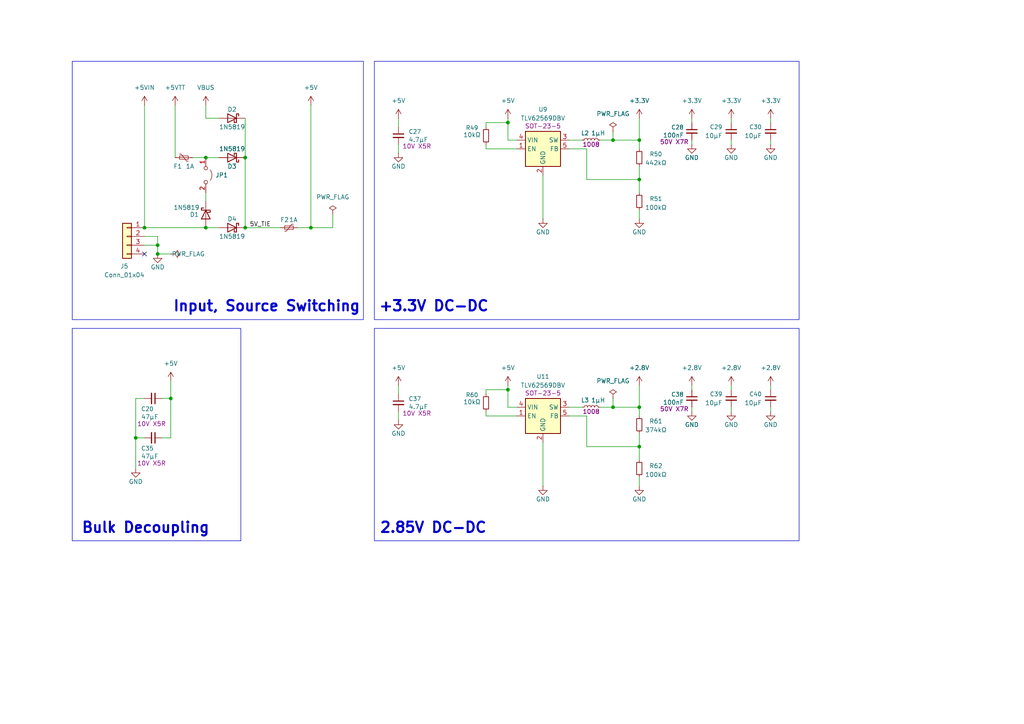
<source format=kicad_sch>
(kicad_sch (version 20250114) (generator "eeschema") (generator_version "9.0")
  (paper "A4")
  (title_block (title "GBSCSI2 Common Platform - Power, 3.3V DC-DC + LDO VTT") (date "2026-02-01") (rev "2.0") (comment 1 "Drawn by George R. M."))
  (lib_symbols
    (symbol "Connector_Generic:Conn_01x04" (pin_names (offset 1.016) (hide yes))
      (property "Reference" "J" (at 0 5.08 0))
      (property "Value" "Conn_01x04" (at 0 -7.62 0))
      (symbol "Conn_01x04_1_1"
        (rectangle (start -1.27 3.81) (end 1.27 -6.35) (stroke (width 0.254)) (fill (type background)))
        (rectangle (start -1.27 2.667) (end 0 2.413) (stroke (width 0.1524)))
        (rectangle (start -1.27 0.127) (end 0 -0.127) (stroke (width 0.1524)))
        (rectangle (start -1.27 -2.413) (end 0 -2.667) (stroke (width 0.1524)))
        (rectangle (start -1.27 -4.953) (end 0 -5.207) (stroke (width 0.1524)))
        (pin passive line (at -5.08 2.54 0) (length 3.81) (name "Pin_1") (number "1"))
        (pin passive line (at -5.08 0 0) (length 3.81) (name "Pin_2") (number "2"))
        (pin passive line (at -5.08 -2.54 0) (length 3.81) (name "Pin_3") (number "3"))
        (pin passive line (at -5.08 -5.08 0) (length 3.81) (name "Pin_4") (number "4"))
      )
    )
    (symbol "Device:C_Small" (pin_numbers (hide yes)) (pin_names (offset 0.254) (hide yes))
      (property "Reference" "C" (at 0.254 1.778 0))
      (property "Value" "C_Small" (at 0.254 -2.032 0))
      (symbol "C_Small_0_1"
        (polyline (pts (xy -1.524 0.508) (xy 1.524 0.508)) (stroke (width 0.3048)))
        (polyline (pts (xy -1.524 -0.508) (xy 1.524 -0.508)) (stroke (width 0.3302)))
      )
      (symbol "C_Small_1_1"
        (pin passive line (at 0 2.54 270) (length 2.032) (name "~") (number "1"))
        (pin passive line (at 0 -2.54 90) (length 2.032) (name "~") (number "2"))
      )
    )
    (symbol "Device:D_Schottky" (pin_numbers (hide yes)) (pin_names (offset 1.016) (hide yes))
      (property "Reference" "D" (at 0 2.54 0))
      (property "Value" "D_Schottky" (at 0 -2.54 0))
      (symbol "D_Schottky_0_1"
        (polyline (pts (xy -1.905 0.635) (xy -1.905 1.27) (xy -1.27 1.27) (xy -1.27 -1.27) (xy -0.635 -1.27) (xy -0.635 -0.635)) (stroke (width 0.254)))
        (polyline (pts (xy 1.27 1.27) (xy 1.27 -1.27) (xy -1.27 0) (xy 1.27 1.27)) (stroke (width 0.254)))
        (polyline (pts (xy 1.27 0) (xy -1.27 0)))
      )
      (symbol "D_Schottky_1_1"
        (pin passive line (at -3.81 0 0) (length 2.54) (name "K") (number "1"))
        (pin passive line (at 3.81 0 180) (length 2.54) (name "A") (number "2"))
      )
    )
    (symbol "Device:L_Small" (pin_numbers (hide yes)) (pin_names (offset 0.254) (hide yes))
      (property "Reference" "L" (at 0.762 1.016 0))
      (property "Value" "L_Small" (at 0.762 -1.016 0))
      (symbol "L_Small_0_1"
        (arc (start 0 2.032) (mid 0.5058 1.524) (end 0 1.016))
        (arc (start 0 1.016) (mid 0.5058 0.508) (end 0 0))
        (arc (start 0 0) (mid 0.5058 -0.508) (end 0 -1.016))
        (arc (start 0 -1.016) (mid 0.5058 -1.524) (end 0 -2.032))
      )
      (symbol "L_Small_1_1"
        (pin passive line (at 0 2.54 270) (length 0.508) (name "~") (number "1"))
        (pin passive line (at 0 -2.54 90) (length 0.508) (name "~") (number "2"))
      )
    )
    (symbol "Device:Polyfuse_Small" (pin_numbers (hide yes)) (pin_names (offset 0))
      (property "Reference" "F" (at -1.905 0 90))
      (property "Value" "Polyfuse_Small" (at 1.905 0 90))
      (symbol "Polyfuse_Small_0_1"
        (polyline (pts (xy -1.016 1.27) (xy -1.016 0.762) (xy 1.016 -0.762) (xy 1.016 -1.27)))
        (rectangle (start -0.508 1.27) (end 0.508 -1.27))
        (polyline (pts (xy 0 2.54) (xy 0 -2.54)))
      )
      (symbol "Polyfuse_Small_1_1"
        (pin passive line (at 0 2.54 270) (length 0.635) (name "~") (number "1"))
        (pin passive line (at 0 -2.54 90) (length 0.635) (name "~") (number "2"))
      )
    )
    (symbol "Device:R_Small" (pin_numbers (hide yes)) (pin_names (offset 0.254) (hide yes))
      (property "Reference" "R" (at 0 0 90))
      (property "Value" "R_Small" (at 1.778 0 90))
      (symbol "R_Small_0_1"
        (rectangle (start -0.762 1.778) (end 0.762 -1.778) (stroke (width 0.2032)))
      )
      (symbol "R_Small_1_1"
        (pin passive line (at 0 2.54 270) (length 0.762) (name "~") (number "1"))
        (pin passive line (at 0 -2.54 90) (length 0.762) (name "~") (number "2"))
      )
    )
    (symbol "Jumper:Jumper_2_Open" (pin_names (offset 0) (hide yes))
      (property "Reference" "JP" (at 0 2.794 0))
      (property "Value" "Jumper_2_Open" (at 0 -2.286 0))
      (symbol "Jumper_2_Open_0_0"
        (circle (center -2.032 0) (radius 0.508))
        (circle (center 2.032 0) (radius 0.508))
      )
      (symbol "Jumper_2_Open_0_1"
        (arc (start -1.524 1.27) (mid 0 1.778) (end 1.524 1.27))
      )
      (symbol "Jumper_2_Open_1_1"
        (pin passive line (at -5.08 0 0) (length 2.54) (name "A") (number "1"))
        (pin passive line (at 5.08 0 180) (length 2.54) (name "B") (number "2"))
      )
    )
    (symbol "Regulator_Switching:TLV62569DBV"
      (property "Reference" "U" (at -5.08 6.35 0))
      (property "Value" "TLV62569DBV" (at 0 6.35 0))
      (symbol "TLV62569DBV_0_1"
        (rectangle (start -5.08 5.08) (end 5.08 -5.08) (stroke (width 0.254)) (fill (type background)))
      )
      (symbol "TLV62569DBV_1_1"
        (pin power_in line (at -7.62 2.54 0) (length 2.54) (name "VIN") (number "4"))
        (pin input line (at -7.62 0 0) (length 2.54) (name "EN") (number "1"))
        (pin power_in line (at 0 -7.62 90) (length 2.54) (name "GND") (number "2"))
        (pin power_out line (at 7.62 2.54 180) (length 2.54) (name "SW") (number "3"))
        (pin input line (at 7.62 0 180) (length 2.54) (name "FB") (number "5"))
      )
    )
    (symbol "power:+2V8" (power) (pin_names (offset 0))
      (property "Value" "+2V8" (at 0 3.556 0))
      (symbol "+2V8_0_1"
        (polyline (pts (xy -0.762 1.27) (xy 0 2.54)))
        (polyline (pts (xy 0 2.54) (xy 0.762 1.27)))
        (polyline (pts (xy 0 0) (xy 0 2.54)))
      )
      (symbol "+2V8_1_1"
        (pin power_in line (at 0 0 90) (length 0) (hide yes) (name "+2V8") (number "1"))
      )
    )
    (symbol "power:+3.3V" (power) (pin_numbers (hide yes)) (pin_names (offset 0) (hide yes))
      (property "Value" "+3.3V" (at 0 3.556 0))
      (symbol "+3.3V_0_1"
        (polyline (pts (xy -0.762 1.27) (xy 0 2.54)))
        (polyline (pts (xy 0 2.54) (xy 0.762 1.27)))
        (polyline (pts (xy 0 0) (xy 0 2.54)))
      )
      (symbol "+3.3V_1_1"
        (pin power_in line (at 0 0 90) (length 0) (name "~") (number "1"))
      )
    )
    (symbol "power:+5V" (power) (pin_numbers (hide yes)) (pin_names (offset 0) (hide yes))
      (property "Value" "+5V" (at 0 3.556 0))
      (symbol "+5V_0_1"
        (polyline (pts (xy -0.762 1.27) (xy 0 2.54)))
        (polyline (pts (xy 0 2.54) (xy 0.762 1.27)))
        (polyline (pts (xy 0 0) (xy 0 2.54)))
      )
      (symbol "+5V_1_1"
        (pin power_in line (at 0 0 90) (length 0) (name "~") (number "1"))
      )
    )
    (symbol "power:GND" (power) (pin_numbers (hide yes)) (pin_names (offset 0) (hide yes))
      (property "Value" "GND" (at 0 -3.81 0))
      (symbol "GND_0_1"
        (polyline (pts (xy 0 0) (xy 0 -1.27) (xy 1.27 -1.27) (xy 0 -2.54) (xy -1.27 -1.27) (xy 0 -1.27)))
      )
      (symbol "GND_1_1"
        (pin power_in line (at 0 0 270) (length 0) (name "~") (number "1"))
      )
    )
    (symbol "power:PWR_FLAG" (power) (pin_numbers (hide yes)) (pin_names (offset 0) (hide yes))
      (property "Value" "PWR_FLAG" (at 0 3.81 0))
      (symbol "PWR_FLAG_0_0"
        (pin power_out line (at 0 0 90) (length 0) (name "~") (number "1"))
      )
      (symbol "PWR_FLAG_0_1"
        (polyline (pts (xy 0 0) (xy 0 1.27) (xy -1.016 1.905) (xy 0 2.54) (xy 1.016 1.905) (xy 0 1.27)))
      )
    )
    (symbol "power:VBUS" (power) (pin_numbers (hide yes)) (pin_names (offset 0) (hide yes))
      (property "Value" "VBUS" (at 0 3.556 0))
      (symbol "VBUS_0_1"
        (polyline (pts (xy -0.762 1.27) (xy 0 2.54)))
        (polyline (pts (xy 0 2.54) (xy 0.762 1.27)))
        (polyline (pts (xy 0 0) (xy 0 2.54)))
      )
      (symbol "VBUS_1_1"
        (pin power_in line (at 0 0 90) (length 0) (name "~") (number "1"))
      )
    )
  )
  (rectangle (start 108.585 17.78) (end 231.775 92.71))
  (rectangle (start 20.955 95.25) (end 69.85 156.845))
  (rectangle (start 108.585 95.25) (end 231.775 156.845))
  (rectangle (start 20.955 17.78) (end 105.41 92.71))
  (text "+3.3V DC-DC" (at 109.728 90.678 0) (effects (font (size 3 3) (thickness 0.6) (bold yes)) (justify left bottom)))
  (text "Bulk Decoupling" (at 23.495 154.94 0) (effects (font (size 3 3) (thickness 0.6) (bold yes)) (justify left bottom)))
  (text "Input, Source Switching" (at 50.038 90.678 0) (effects (font (size 3 3) (thickness 0.6) (bold yes)) (justify left bottom)))
  (text "2.85V DC-DC" (at 109.982 154.94 0) (effects (font (size 3 3) (thickness 0.6) (bold yes)) (justify left bottom)))
  (junction (at 71.12 66.04))
  (junction (at 185.42 52.07))
  (junction (at 90.17 66.04))
  (junction (at 39.37 127))
  (junction (at 59.69 66.04))
  (junction (at 185.42 40.64))
  (junction (at 59.69 45.72))
  (junction (at 49.53 115.57))
  (junction (at 45.72 73.66))
  (junction (at 147.32 35.56))
  (junction (at 177.8 40.64))
  (junction (at 45.72 71.12))
  (junction (at 147.32 113.03))
  (junction (at 185.42 129.54))
  (junction (at 41.91 66.04))
  (junction (at 177.8 118.11))
  (junction (at 71.12 45.72))
  (junction (at 185.42 118.11))
  (no_connect (at 41.91 73.66))
  (wire (pts (xy 147.32 118.11) (xy 149.86 118.11)))
  (wire (pts (xy 212.09 111.76) (xy 212.09 113.03)))
  (wire (pts (xy 49.53 127) (xy 46.99 127)))
  (wire (pts (xy 39.37 127) (xy 39.37 135.89)))
  (wire (pts (xy 41.91 68.58) (xy 45.72 68.58)))
  (wire (pts (xy 45.72 71.12) (xy 45.72 73.66)))
  (wire (pts (xy 49.53 73.66) (xy 45.72 73.66)))
  (wire (pts (xy 39.37 127) (xy 41.91 127)))
  (wire (pts (xy 185.42 34.29) (xy 185.42 40.64)))
  (wire (pts (xy 223.52 119.38) (xy 223.52 118.11)))
  (wire (pts (xy 185.42 125.73) (xy 185.42 129.54)))
  (wire (pts (xy 71.12 66.04) (xy 81.28 66.04)))
  (wire (pts (xy 115.57 34.29) (xy 115.57 36.83)))
  (wire (pts (xy 165.1 43.18) (xy 170.18 43.18)))
  (wire (pts (xy 140.97 113.03) (xy 147.32 113.03)))
  (wire (pts (xy 59.69 58.42) (xy 59.69 55.88)))
  (wire (pts (xy 173.99 118.11) (xy 177.8 118.11)))
  (wire (pts (xy 170.18 129.54) (xy 185.42 129.54)))
  (wire (pts (xy 165.1 118.11) (xy 168.91 118.11)))
  (wire (pts (xy 223.52 41.91) (xy 223.52 40.64)))
  (wire (pts (xy 212.09 34.29) (xy 212.09 35.56)))
  (wire (pts (xy 41.91 71.12) (xy 45.72 71.12)))
  (wire (pts (xy 185.42 118.11) (xy 185.42 120.65)))
  (wire (pts (xy 140.97 35.56) (xy 147.32 35.56)))
  (wire (pts (xy 55.88 45.72) (xy 59.69 45.72)))
  (wire (pts (xy 177.8 40.64) (xy 185.42 40.64)))
  (wire (pts (xy 140.97 35.56) (xy 140.97 36.83)))
  (wire (pts (xy 140.97 119.38) (xy 140.97 120.65)))
  (wire (pts (xy 170.18 43.18) (xy 170.18 52.07)))
  (wire (pts (xy 212.09 41.91) (xy 212.09 40.64)))
  (wire (pts (xy 39.37 115.57) (xy 41.91 115.57)))
  (wire (pts (xy 200.66 119.38) (xy 200.66 118.11)))
  (wire (pts (xy 147.32 40.64) (xy 149.86 40.64)))
  (wire (pts (xy 59.69 45.72) (xy 63.5 45.72)))
  (wire (pts (xy 147.32 35.56) (xy 147.32 34.29)))
  (wire (pts (xy 140.97 41.91) (xy 140.97 43.18)))
  (wire (pts (xy 170.18 52.07) (xy 185.42 52.07)))
  (wire (pts (xy 157.48 63.5) (xy 157.48 50.8)))
  (wire (pts (xy 185.42 138.43) (xy 185.42 140.97)))
  (wire (pts (xy 86.36 66.04) (xy 90.17 66.04)))
  (wire (pts (xy 115.57 41.91) (xy 115.57 44.45)))
  (wire (pts (xy 185.42 48.26) (xy 185.42 52.07)))
  (wire (pts (xy 170.18 120.65) (xy 170.18 129.54)))
  (wire (pts (xy 59.69 30.48) (xy 59.69 34.29)))
  (wire (pts (xy 49.53 115.57) (xy 49.53 127)))
  (wire (pts (xy 200.66 41.91) (xy 200.66 40.64)))
  (wire (pts (xy 212.09 119.38) (xy 212.09 118.11)))
  (wire (pts (xy 49.53 115.57) (xy 46.99 115.57)))
  (wire (pts (xy 140.97 43.18) (xy 149.86 43.18)))
  (wire (pts (xy 59.69 66.04) (xy 63.5 66.04)))
  (wire (pts (xy 115.57 119.38) (xy 115.57 121.92)))
  (wire (pts (xy 147.32 113.03) (xy 147.32 111.76)))
  (wire (pts (xy 185.42 60.96) (xy 185.42 63.5)))
  (wire (pts (xy 223.52 111.76) (xy 223.52 113.03)))
  (wire (pts (xy 147.32 40.64) (xy 147.32 35.56)))
  (wire (pts (xy 157.48 140.97) (xy 157.48 128.27)))
  (wire (pts (xy 165.1 40.64) (xy 168.91 40.64)))
  (wire (pts (xy 39.37 115.57) (xy 39.37 127)))
  (wire (pts (xy 200.66 34.29) (xy 200.66 35.56)))
  (wire (pts (xy 49.53 110.49) (xy 49.53 115.57)))
  (wire (pts (xy 147.32 118.11) (xy 147.32 113.03)))
  (wire (pts (xy 185.42 40.64) (xy 185.42 43.18)))
  (wire (pts (xy 71.12 45.72) (xy 71.12 34.29)))
  (wire (pts (xy 41.91 30.48) (xy 41.91 66.04)))
  (wire (pts (xy 223.52 34.29) (xy 223.52 35.56)))
  (wire (pts (xy 200.66 111.76) (xy 200.66 113.03)))
  (wire (pts (xy 50.8 30.48) (xy 50.8 45.72)))
  (wire (pts (xy 59.69 34.29) (xy 63.5 34.29)))
  (wire (pts (xy 41.91 66.04) (xy 59.69 66.04)))
  (wire (pts (xy 177.8 118.11) (xy 185.42 118.11)))
  (wire (pts (xy 96.52 62.23) (xy 96.52 66.04)))
  (wire (pts (xy 165.1 120.65) (xy 170.18 120.65)))
  (wire (pts (xy 140.97 120.65) (xy 149.86 120.65)))
  (wire (pts (xy 185.42 111.76) (xy 185.42 118.11)))
  (wire (pts (xy 115.57 111.76) (xy 115.57 114.3)))
  (wire (pts (xy 177.8 115.57) (xy 177.8 118.11)))
  (wire (pts (xy 185.42 52.07) (xy 185.42 55.88)))
  (wire (pts (xy 45.72 68.58) (xy 45.72 71.12)))
  (wire (pts (xy 140.97 113.03) (xy 140.97 114.3)))
  (wire (pts (xy 90.17 66.04) (xy 96.52 66.04)))
  (wire (pts (xy 71.12 66.04) (xy 71.12 45.72)))
  (wire (pts (xy 90.17 66.04) (xy 90.17 30.48)))
  (wire (pts (xy 177.8 38.1) (xy 177.8 40.64)))
  (wire (pts (xy 173.99 40.64) (xy 177.8 40.64)))
  (wire (pts (xy 185.42 129.54) (xy 185.42 133.35)))
  (label "5V_TIE" (at 72.39 66.04 0))
  (symbol (lib_id "Device:L_Small") (at 171.45 118.11 90) (unit 1)
    (property "Reference" "L3" (at 169.672 116.078 90) (effects (font (size 1.2 1.2))))
    (property "Value" "1μH" (at 173.482 116.078 90))
    (property "Footprint" "Inductor_SMD:L_1008_2520Metric" (effects (hide yes)))
    (property "Datasheet" "https://jlcpcb.com/api/file/downloadByFileSystemAccessId/8590903638858543104" (effects (hide yes)))
    (property "LCSC" "C5832356" (effects (hide yes)))
    (property "Preferred MPN" "FTC252010S1R0MBCA" (effects (hide yes)))
    (property "Alternate Part Number" "IHHP1008AZER1R0M01" (effects (hide yes)))
    (property "Case/Package" "1008" (at 171.45 119.38 90))
    (property "Dimensions" "2.5x2.0mm" (effects (hide yes)))
  )
  (symbol (lib_id "Device:C_Small") (at 212.09 115.57 0) (unit 1)
    (property "Reference" "C39" (at 209.55 114.3062 0) (effects (font (size 1.2 1.2)) (justify right)))
    (property "Value" "10μF" (at 209.55 116.8462 0) (effects (justify right)))
    (property "Footprint" "Capacitor_SMD:C_0603_1608Metric" (effects (hide yes)))
    (property "LCSC" "C96446" (effects (hide yes)))
    (property "Preferred MPN" "CL10A106MA8NRNC" (effects (hide yes)))
    (property "Alternate Part Number" "GRM188R61E106KA73D" (effects (hide yes)))
    (property "Nominal Preferred Characteristics" "25V X5R" (effects (hide yes)))
    (property "Case/Package" "0603" (effects (hide yes)))
    (property "Dimensions" "1.6x0.8mm" (effects (hide yes)))
  )
  (symbol (lib_id "power:+5V") (at 49.53 110.49 0) (mirror y) (unit 1)
    (property "Reference" "#PWR0110" (effects (hide yes)))
    (property "Value" "+5V" (at 49.53 105.41 0))
  )
  (symbol (lib_id "power:GND") (at 223.52 119.38 0) (unit 1)
    (property "Reference" "#PWR0126" (effects (hide yes)))
    (property "Value" "GND" (at 223.52 123.19 0))
  )
  (symbol (lib_id "power:GND") (at 185.42 140.97 0) (unit 1)
    (property "Reference" "#PWR032" (effects (hide yes)))
    (property "Value" "GND" (at 185.42 144.78 0))
  )
  (symbol (lib_id "power:GND") (at 212.09 41.91 0) (unit 1)
    (property "Reference" "#PWR091" (effects (hide yes)))
    (property "Value" "GND" (at 212.09 45.72 0))
  )
  (symbol (lib_id "power:+2V8") (at 223.52 111.76 0) (unit 1)
    (property "Reference" "#PWR076" (effects (hide yes)))
    (property "Value" "+2.8V" (at 223.52 106.68 0))
  )
  (symbol (lib_id "Device:C_Small") (at 223.52 38.1 0) (unit 1)
    (property "Reference" "C30" (at 220.98 36.8362 0) (effects (font (size 1.2 1.2)) (justify right)))
    (property "Value" "10μF" (at 220.98 39.3762 0) (effects (justify right)))
    (property "Footprint" "Capacitor_SMD:C_0603_1608Metric" (effects (hide yes)))
    (property "LCSC" "C96446" (effects (hide yes)))
    (property "Preferred MPN" "CL10A106MA8NRNC" (effects (hide yes)))
    (property "Alternate Part Number" "GRM188R61E106KA73D" (effects (hide yes)))
    (property "Nominal Preferred Characteristics" "25V X5R" (effects (hide yes)))
    (property "Case/Package" "0603" (effects (hide yes)))
    (property "Dimensions" "1.6x0.8mm" (effects (hide yes)))
  )
  (symbol (lib_id "power:GND") (at 157.48 63.5 0) (unit 1)
    (property "Reference" "#PWR084" (effects (hide yes)))
    (property "Value" "GND" (at 157.48 67.31 0))
  )
  (symbol (lib_id "power:+5V") (at 115.57 111.76 0) (unit 1)
    (property "Reference" "#PWR020" (effects (hide yes)))
    (property "Value" "+5V" (at 115.57 106.68 0))
  )
  (symbol (lib_id "Device:L_Small") (at 171.45 40.64 90) (unit 1)
    (property "Reference" "L2" (at 169.672 38.608 90) (effects (font (size 1.2 1.2))))
    (property "Value" "1μH" (at 173.482 38.608 90))
    (property "Footprint" "Inductor_SMD:L_1008_2520Metric" (effects (hide yes)))
    (property "Datasheet" "https://jlcpcb.com/api/file/downloadByFileSystemAccessId/8590903638858543104" (effects (hide yes)))
    (property "LCSC" "C5832356" (effects (hide yes)))
    (property "Preferred MPN" "FTC252010S1R0MBCA" (effects (hide yes)))
    (property "Alternate Part Number" "IHHP1008AZER1R0M01" (effects (hide yes)))
    (property "Case/Package" "1008" (at 171.45 41.91 90))
    (property "Dimensions" "2.5x2.0mm" (effects (hide yes)))
  )
  (symbol (lib_id "Device:D_Schottky") (at 67.31 66.04 0) (mirror y) (unit 1)
    (property "Reference" "D4" (at 67.31 63.5 0))
    (property "Value" "1N5819" (at 67.31 68.58 0))
    (property "Footprint" "Diode_SMD:D_SOD-123" (effects (hide yes)))
    (property "Description" "Schottky diode" (effects (hide yes)))
    (property "LCSC" "C191023" (effects (hide yes)))
    (property "LCSC Part #" "C82544" (effects (hide yes)))
  )
  (symbol (lib_id "power:VBUS") (at 59.69 30.48 0) (unit 1)
    (property "Reference" "#PWR082" (effects (hide yes)))
    (property "Value" "VBUS" (at 59.69 25.4 0))
    (property "Description" "Power symbol creates a global label with name \"VBUS\"" (effects (hide yes)))
  )
  (symbol (lib_id "power:+5V") (at 41.91 30.48 0) (unit 1)
    (property "Reference" "#PWR079" (effects (hide yes)))
    (property "Value" "+5VIN" (at 41.91 25.4 0))
    (property "Description" "Power symbol creates a global label with name \"+5V\"" (effects (hide yes)))
  )
  (symbol (lib_id "Device:C_Small") (at 44.45 115.57 270) (unit 1)
    (property "Reference" "C20" (at 40.894 118.618 90) (effects (font (size 1.2 1.2)) (justify left)))
    (property "Value" "47μF" (at 40.894 120.9294 90) (effects (justify left)))
    (property "Footprint" "Capacitor_SMD:C_1206_3216Metric" (effects (hide yes)))
    (property "LCSC" "C96123" (effects (hide yes)))
    (property "Preferred MPN" "CL31A476MPHNNNE" (effects (hide yes)))
    (property "Nominal Preferred Characteristics" "10V X5R" (at 43.942 122.936 90))
    (property "Case/Package" "1206" (effects (hide yes)))
    (property "Dimensions" "1.0x0.5mm" (effects (hide yes)))
  )
  (symbol (lib_id "Regulator_Switching:TLV62569DBV") (at 157.48 43.18 0) (unit 1)
    (property "Reference" "U9" (at 157.48 31.75 0) (effects (font (size 1.2 1.2))))
    (property "Value" "TLV62569DBV" (at 157.48 34.29 0))
    (property "Footprint" "Package_TO_SOT_SMD:SOT-23-5" (effects (hide yes)))
    (property "Datasheet" "http://www.ti.com/lit/ds/symlink/tlv62569.pdf" (effects (hide yes)))
    (property "Description" "High Efficiency Synchronous Buck Converter, Adjustable Output 0.6V-5.5V, 2A, SOT-23-5" (effects (hide yes)))
    (property "Preferred MPN" "TLV62569DBVR" (effects (hide yes)))
    (property "Alternate Part Number" "TLV62568DBVR" (effects (hide yes)))
    (property "LCSC" "C141836" (effects (hide yes)))
    (property "Comment" "Buck Regulator" (effects (hide yes)))
    (property "Case/Package" "SOT-23-5" (at 157.48 36.576 0))
  )
  (symbol (lib_id "power:+5V") (at 90.17 30.48 0) (unit 1)
    (property "Reference" "#PWR085" (effects (hide yes)))
    (property "Value" "+5V" (at 90.17 25.4 0))
  )
  (symbol (lib_id "power:GND") (at 185.42 63.5 0) (unit 1)
    (property "Reference" "#PWR087" (effects (hide yes)))
    (property "Value" "GND" (at 185.42 67.31 0))
  )
  (symbol (lib_id "power:+5V") (at 50.8 30.48 0) (unit 1)
    (property "Reference" "#PWR081" (effects (hide yes)))
    (property "Value" "+5VTT" (at 50.8 25.4 0))
    (property "Description" "Power symbol creates a global label with name \"+5V\"" (effects (hide yes)))
  )
  (symbol (lib_id "power:+3.3V") (at 212.09 34.29 0) (unit 1)
    (property "Reference" "#PWR090" (effects (hide yes)))
    (property "Value" "+3.3V" (at 212.09 29.21 0))
  )
  (symbol (lib_id "Device:R_Small") (at 140.97 39.37 0) (mirror x) (unit 1)
    (property "Reference" "R49" (at 136.906 37.084 0) (effects (font (size 1.2 1.2))))
    (property "Value" "10kΩ" (at 136.906 39.116 0))
    (property "Footprint" "Resistor_SMD:R_0402_1005Metric" (effects (hide yes)))
    (property "LCSC" "C25744" (effects (hide yes)))
    (property "Preferred MPN" "0402WGF1002TCE" (effects (hide yes)))
    (property "Alternate Part Number" "RC0402JR-0710KL" (effects (hide yes)))
    (property "Case/Package" "0402" (effects (hide yes)))
    (property "Dimensions" "1.0x0.5mm" (effects (hide yes)))
  )
  (symbol (lib_id "power:GND") (at 157.48 140.97 0) (unit 1)
    (property "Reference" "#PWR030" (effects (hide yes)))
    (property "Value" "GND" (at 157.48 144.78 0))
  )
  (symbol (lib_id "power:GND") (at 200.66 41.91 0) (unit 1)
    (property "Reference" "#PWR089" (effects (hide yes)))
    (property "Value" "GND" (at 200.66 45.72 0))
  )
  (symbol (lib_id "Device:D_Schottky") (at 59.69 62.23 90) (mirror x) (unit 1)
    (property "Reference" "D1" (at 56.388 62.23 90))
    (property "Value" "1N5819" (at 54.102 60.198 90))
    (property "Footprint" "Diode_SMD:D_SOD-123" (effects (hide yes)))
    (property "Description" "Schottky diode" (effects (hide yes)))
    (property "LCSC" "C191023" (effects (hide yes)))
    (property "LCSC Part #" "C82544" (effects (hide yes)))
  )
  (symbol (lib_id "power:+5V") (at 147.32 111.76 0) (unit 1)
    (property "Reference" "#PWR029" (effects (hide yes)))
    (property "Value" "+5V" (at 147.32 106.68 0))
  )
  (symbol (lib_id "Device:R_Small") (at 185.42 58.42 0) (mirror y) (unit 1)
    (property "Reference" "R51" (at 190.246 57.658 0) (effects (font (size 1.2 1.2))))
    (property "Value" "100kΩ" (at 190.246 60.198 0))
    (property "Footprint" "Resistor_SMD:R_0402_1005Metric" (effects (hide yes)))
    (property "LCSC" "C25741" (effects (hide yes)))
    (property "Preferred MPN" "0402WGF1003TCE" (effects (hide yes)))
    (property "Alternate Part Number" "RC0402FR-07100KL" (effects (hide yes)))
    (property "Case/Package" "0402" (effects (hide yes)))
    (property "Dimensions" "1.0x0.5mm" (effects (hide yes)))
  )
  (symbol (lib_id "power:+2V8") (at 200.66 111.76 0) (unit 1)
    (property "Reference" "#PWR033" (effects (hide yes)))
    (property "Value" "+2.8V" (at 200.66 106.68 0))
  )
  (symbol (lib_id "power:+2V8") (at 212.09 111.76 0) (unit 1)
    (property "Reference" "#PWR074" (effects (hide yes)))
    (property "Value" "+2.8V" (at 212.09 106.68 0))
  )
  (symbol (lib_id "Device:C_Small") (at 115.57 39.37 0) (unit 1)
    (property "Reference" "C27" (at 118.491 38.2016 0) (effects (font (size 1.2 1.2)) (justify left)))
    (property "Value" "4.7μF" (at 118.491 40.513 0) (effects (justify left)))
    (property "Footprint" "Capacitor_SMD:C_0402_1005Metric" (effects (hide yes)))
    (property "LCSC" "C23733" (effects (hide yes)))
    (property "Preferred MPN" "CL05A475MP5NRNC" (effects (hide yes)))
    (property "Alternate Part Number" "GRM155R61E475ME15D" (effects (hide yes)))
    (property "Nominal Preferred Characteristics" "10V X5R" (at 120.904 42.418 0))
    (property "Case/Package" "0402" (effects (hide yes)))
    (property "Dimensions" "1.0x0.5mm" (effects (hide yes)))
  )
  (symbol (lib_id "Device:C_Small") (at 200.66 38.1 0) (unit 1)
    (property "Reference" "C28" (at 198.3486 36.9316 0) (effects (font (size 1.2 1.2)) (justify right)))
    (property "Value" "100nF" (at 198.3486 39.243 0) (effects (justify right)))
    (property "Footprint" "Capacitor_SMD:C_0402_1005Metric" (effects (hide yes)))
    (property "LCSC" "C307331" (effects (hide yes)))
    (property "Preferred MPN" "CL05B104KB54PNC" (effects (hide yes)))
    (property "Alternate Part Number" "GRM155R71H104KE14D" (effects (hide yes)))
    (property "Nominal Preferred Characteristics" "50V X7R" (at 195.58 41.148 0))
    (property "Case/Package" "0402" (effects (hide yes)))
    (property "Dimensions" "1.0x0.5mm" (effects (hide yes)))
  )
  (symbol (lib_id "power:GND") (at 212.09 119.38 0) (unit 1)
    (property "Reference" "#PWR075" (effects (hide yes)))
    (property "Value" "GND" (at 212.09 123.19 0))
  )
  (symbol (lib_id "Device:D_Schottky") (at 67.31 45.72 180) (unit 1)
    (property "Reference" "D3" (at 67.31 48.26 0))
    (property "Value" "1N5819" (at 67.31 43.18 0))
    (property "Footprint" "Diode_SMD:D_SOD-123" (effects (hide yes)))
    (property "Description" "Schottky diode" (effects (hide yes)))
    (property "LCSC" "C191023" (effects (hide yes)))
    (property "LCSC Part #" "C82544" (effects (hide yes)))
  )
  (symbol (lib_id "Regulator_Switching:TLV62569DBV") (at 157.48 120.65 0) (unit 1)
    (property "Reference" "U11" (at 157.48 109.22 0) (effects (font (size 1.2 1.2))))
    (property "Value" "TLV62569DBV" (at 157.48 111.76 0))
    (property "Footprint" "Package_TO_SOT_SMD:SOT-23-5" (effects (hide yes)))
    (property "Datasheet" "http://www.ti.com/lit/ds/symlink/tlv62569.pdf" (effects (hide yes)))
    (property "Description" "High Efficiency Synchronous Buck Converter, Adjustable Output 0.6V-5.5V, 2A, SOT-23-5" (effects (hide yes)))
    (property "Preferred MPN" "TLV62569DBVR" (effects (hide yes)))
    (property "Alternate Part Number" "TLV62568DBVR" (effects (hide yes)))
    (property "LCSC" "C141836" (effects (hide yes)))
    (property "Comment" "Buck Regulator" (effects (hide yes)))
    (property "Case/Package" "SOT-23-5" (at 157.48 114.046 0))
  )
  (symbol (lib_id "power:GND") (at 200.66 119.38 0) (unit 1)
    (property "Reference" "#PWR073" (effects (hide yes)))
    (property "Value" "GND" (at 200.66 123.19 0))
  )
  (symbol (lib_id "power:PWR_FLAG") (at 177.8 38.1 0) (unit 1)
    (property "Reference" "#FLG04" (effects (hide yes)))
    (property "Value" "PWR_FLAG" (at 177.8 33.02 0))
    (property "Description" "Special symbol for telling ERC where power comes from" (effects (hide yes)))
  )
  (symbol (lib_id "Device:Polyfuse_Small") (at 83.82 66.04 90) (unit 1)
    (property "Reference" "F2" (at 82.55 63.754 90))
    (property "Value" "1A" (at 85.09 63.754 90))
    (property "Footprint" "Fuse:Fuse_0805_2012Metric" (effects (hide yes)))
    (property "Description" "Resettable fuse, polymeric positive temperature coefficient, small symbol" (effects (hide yes)))
    (property "LCSC" "C468888" (effects (hide yes)))
    (property "LCSC Part #" "C468888" (effects (hide yes)))
  )
  (symbol (lib_id "power:+2V8") (at 185.42 111.76 0) (unit 1)
    (property "Reference" "#PWR031" (effects (hide yes)))
    (property "Value" "+2.8V" (at 185.42 106.68 0))
  )
  (symbol (lib_id "power:GND") (at 39.37 135.89 0) (unit 1)
    (property "Reference" "#PWR0106" (effects (hide yes)))
    (property "Value" "GND" (at 39.37 139.7 0))
  )
  (symbol (lib_id "power:+3.3V") (at 223.52 34.29 0) (unit 1)
    (property "Reference" "#PWR092" (effects (hide yes)))
    (property "Value" "+3.3V" (at 223.52 29.21 0))
  )
  (symbol (lib_id "power:PWR_FLAG") (at 96.52 62.23 0) (unit 1)
    (property "Reference" "#FLG06" (effects (hide yes)))
    (property "Value" "PWR_FLAG" (at 96.52 57.15 0))
    (property "Description" "Special symbol for telling ERC where power comes from" (effects (hide yes)))
  )
  (symbol (lib_id "Device:R_Small") (at 140.97 116.84 0) (mirror x) (unit 1)
    (property "Reference" "R60" (at 136.906 114.554 0) (effects (font (size 1.2 1.2))))
    (property "Value" "10kΩ" (at 136.906 116.586 0))
    (property "Footprint" "Resistor_SMD:R_0402_1005Metric" (effects (hide yes)))
    (property "LCSC" "C25744" (effects (hide yes)))
    (property "Preferred MPN" "0402WGF1002TCE" (effects (hide yes)))
    (property "Alternate Part Number" "RC0402JR-0710KL" (effects (hide yes)))
    (property "Case/Package" "0402" (effects (hide yes)))
    (property "Dimensions" "1.0x0.5mm" (effects (hide yes)))
  )
  (symbol (lib_id "power:GND") (at 223.52 41.91 0) (unit 1)
    (property "Reference" "#PWR093" (effects (hide yes)))
    (property "Value" "GND" (at 223.52 45.72 0))
  )
  (symbol (lib_id "power:GND") (at 115.57 121.92 0) (unit 1)
    (property "Reference" "#PWR028" (effects (hide yes)))
    (property "Value" "GND" (at 115.57 125.73 0))
  )
  (symbol (lib_id "Connector_Generic:Conn_01x04") (at 36.83 68.58 0) (mirror y) (unit 1)
    (property "Reference" "J5" (at 36.068 77.216 0))
    (property "Value" "Conn_01x04" (at 36.068 79.756 0))
    (property "Footprint" "Connector_PinHeader_2.54mm:PinHeader_1x04_P2.54mm_Horizontal" (effects (hide yes)))
    (property "LCSC" "N/A" (effects (hide yes)))
    (property "LCSC Part #" "N/A" (effects (hide yes)))
  )
  (symbol (lib_id "Jumper:Jumper_2_Open") (at 59.69 50.8 270) (unit 1)
    (property "Reference" "JP1" (at 62.484 50.8 90) (effects (justify left)))
    (property "Value" "Jumper_2_Open" (effects (hide yes)))
    (property "Footprint" "Connector_PinHeader_2.54mm:PinHeader_2x01_P2.54mm_Vertical" (effects (hide yes)))
    (property "Description" "Jumper, 2-pole, open" (effects (hide yes)))
    (property "LCSC" "N/A" (effects (hide yes)))
    (property "LCSC Part #" "N/A" (effects (hide yes)))
  )
  (symbol (lib_id "power:GND") (at 45.72 73.66 0) (unit 1)
    (property "Reference" "#PWR080" (effects (hide yes)))
    (property "Value" "GND" (at 45.72 77.47 0))
  )
  (symbol (lib_id "power:+3.3V") (at 200.66 34.29 0) (unit 1)
    (property "Reference" "#PWR088" (effects (hide yes)))
    (property "Value" "+3.3V" (at 200.66 29.21 0))
  )
  (symbol (lib_id "power:+3.3V") (at 185.42 34.29 0) (unit 1)
    (property "Reference" "#PWR086" (effects (hide yes)))
    (property "Value" "+3.3V" (at 185.42 29.21 0))
  )
  (symbol (lib_id "Device:Polyfuse_Small") (at 53.34 45.72 90) (mirror x) (unit 1)
    (property "Reference" "F1" (at 51.562 48.26 90))
    (property "Value" "1A" (at 55.118 48.26 90))
    (property "Footprint" "Fuse:Fuse_0805_2012Metric" (effects (hide yes)))
    (property "Description" "Resettable fuse, polymeric positive temperature coefficient, small symbol" (effects (hide yes)))
    (property "LCSC" "C468888" (effects (hide yes)))
    (property "LCSC Part #" "C468888" (effects (hide yes)))
  )
  (symbol (lib_id "Device:C_Small") (at 200.66 115.57 0) (unit 1)
    (property "Reference" "C38" (at 198.3486 114.4016 0) (effects (font (size 1.2 1.2)) (justify right)))
    (property "Value" "100nF" (at 198.3486 116.713 0) (effects (justify right)))
    (property "Footprint" "Capacitor_SMD:C_0402_1005Metric" (effects (hide yes)))
    (property "LCSC" "C307331" (effects (hide yes)))
    (property "Preferred MPN" "CL05B104KB54PNC" (effects (hide yes)))
    (property "Alternate Part Number" "GRM155R71H104KE14D" (effects (hide yes)))
    (property "Nominal Preferred Characteristics" "50V X7R" (at 195.58 118.618 0))
    (property "Case/Package" "0402" (effects (hide yes)))
    (property "Dimensions" "1.0x0.5mm" (effects (hide yes)))
  )
  (symbol (lib_id "Device:C_Small") (at 115.57 116.84 0) (unit 1)
    (property "Reference" "C37" (at 118.491 115.6716 0) (effects (font (size 1.2 1.2)) (justify left)))
    (property "Value" "4.7μF" (at 118.491 117.983 0) (effects (justify left)))
    (property "Footprint" "Capacitor_SMD:C_0402_1005Metric" (effects (hide yes)))
    (property "LCSC" "C23733" (effects (hide yes)))
    (property "Preferred MPN" "CL05A475MP5NRNC" (effects (hide yes)))
    (property "Alternate Part Number" "GRM155R61E475ME15D" (effects (hide yes)))
    (property "Nominal Preferred Characteristics" "10V X5R" (at 120.904 119.888 0))
    (property "Case/Package" "0402" (effects (hide yes)))
    (property "Dimensions" "1.0x0.5mm" (effects (hide yes)))
  )
  (symbol (lib_id "Device:R_Small") (at 185.42 123.19 0) (mirror y) (unit 1)
    (property "Reference" "R61" (at 190.246 122.174 0))
    (property "Value" "374kΩ" (at 190.246 124.714 0))
    (property "Footprint" "Resistor_SMD:R_0402_1005Metric" (effects (hide yes)))
    (property "LCSC" "C25781" (effects (hide yes)))
  )
  (symbol (lib_id "power:PWR_FLAG") (at 49.53 73.66 270) (unit 1)
    (property "Reference" "#FLG07" (effects (hide yes)))
    (property "Value" "PWR_FLAG" (at 54.61 73.66 90))
    (property "Description" "Special symbol for telling ERC where power comes from" (effects (hide yes)))
  )
  (symbol (lib_id "Device:C_Small") (at 44.45 127 270) (unit 1)
    (property "Reference" "C35" (at 40.894 130.048 90) (effects (font (size 1.2 1.2)) (justify left)))
    (property "Value" "47μF" (at 40.894 132.3594 90) (effects (justify left)))
    (property "Footprint" "Capacitor_SMD:C_1206_3216Metric" (effects (hide yes)))
    (property "LCSC" "C96123" (effects (hide yes)))
    (property "Preferred MPN" "CL31A476MPHNNNE" (effects (hide yes)))
    (property "Nominal Preferred Characteristics" "10V X5R" (at 43.942 134.366 90))
    (property "Case/Package" "1206" (effects (hide yes)))
    (property "Dimensions" "1.0x0.5mm" (effects (hide yes)))
  )
  (symbol (lib_id "Device:R_Small") (at 185.42 135.89 0) (mirror y) (unit 1)
    (property "Reference" "R62" (at 190.246 135.128 0))
    (property "Value" "100kΩ" (at 190.246 137.668 0))
    (property "Footprint" "Resistor_SMD:R_0402_1005Metric" (effects (hide yes)))
    (property "LCSC" "C25741" (effects (hide yes)))
  )
  (symbol (lib_id "power:GND") (at 115.57 44.45 0) (unit 1)
    (property "Reference" "#PWR078" (effects (hide yes)))
    (property "Value" "GND" (at 115.57 48.26 0))
  )
  (symbol (lib_id "power:+5V") (at 115.57 34.29 0) (unit 1)
    (property "Reference" "#PWR077" (effects (hide yes)))
    (property "Value" "+5V" (at 115.57 29.21 0))
  )
  (symbol (lib_id "power:PWR_FLAG") (at 177.8 115.57 0) (unit 1)
    (property "Reference" "#FLG03" (effects (hide yes)))
    (property "Value" "PWR_FLAG" (at 177.8 110.49 0))
    (property "Description" "Special symbol for telling ERC where power comes from" (effects (hide yes)))
  )
  (symbol (lib_id "Device:D_Schottky") (at 67.31 34.29 0) (mirror y) (unit 1)
    (property "Reference" "D2" (at 67.31 31.75 0))
    (property "Value" "1N5819" (at 67.31 36.83 0))
    (property "Footprint" "Diode_SMD:D_SOD-123" (effects (hide yes)))
    (property "Description" "Schottky diode" (effects (hide yes)))
    (property "LCSC" "C191023" (effects (hide yes)))
    (property "LCSC Part #" "C82544" (effects (hide yes)))
  )
  (symbol (lib_id "Device:C_Small") (at 212.09 38.1 0) (unit 1)
    (property "Reference" "C29" (at 209.55 36.8362 0) (effects (font (size 1.2 1.2)) (justify right)))
    (property "Value" "10μF" (at 209.55 39.3762 0) (effects (justify right)))
    (property "Footprint" "Capacitor_SMD:C_0603_1608Metric" (effects (hide yes)))
    (property "LCSC" "C96446" (effects (hide yes)))
    (property "Preferred MPN" "CL10A106MA8NRNC" (effects (hide yes)))
    (property "Alternate Part Number" "GRM188R61E106KA73D" (effects (hide yes)))
    (property "Nominal Preferred Characteristics" "25V X5R" (effects (hide yes)))
    (property "Case/Package" "0603" (effects (hide yes)))
    (property "Dimensions" "1.6x0.8mm" (effects (hide yes)))
  )
  (symbol (lib_id "Device:R_Small") (at 185.42 45.72 0) (mirror y) (unit 1)
    (property "Reference" "R50" (at 190.246 44.704 0) (effects (font (size 1.2 1.2))))
    (property "Value" "442kΩ" (at 190.246 47.244 0))
    (property "Footprint" "Resistor_SMD:R_0402_1005Metric" (effects (hide yes)))
    (property "LCSC" "C5101" (effects (hide yes)))
    (property "Preferred MPN" "0402WGF4423TCE" (effects (hide yes)))
    (property "Alternate Part Number" "RC0402FR-07442KL" (effects (hide yes)))
    (property "Case/Package" "0402" (effects (hide yes)))
    (property "Dimensions" "1.0x0.5mm" (effects (hide yes)))
  )
  (symbol (lib_id "power:+5V") (at 147.32 34.29 0) (unit 1)
    (property "Reference" "#PWR083" (effects (hide yes)))
    (property "Value" "+5V" (at 147.32 29.21 0))
  )
  (symbol (lib_id "Device:C_Small") (at 223.52 115.57 0) (unit 1)
    (property "Reference" "C40" (at 220.98 114.3062 0) (effects (font (size 1.2 1.2)) (justify right)))
    (property "Value" "10μF" (at 220.98 116.8462 0) (effects (justify right)))
    (property "Footprint" "Capacitor_SMD:C_0603_1608Metric" (effects (hide yes)))
    (property "LCSC" "C96446" (effects (hide yes)))
    (property "Preferred MPN" "CL10A106MA8NRNC" (effects (hide yes)))
    (property "Alternate Part Number" "GRM188R61E106KA73D" (effects (hide yes)))
    (property "Nominal Preferred Characteristics" "25V X5R" (effects (hide yes)))
    (property "Case/Package" "0603" (effects (hide yes)))
    (property "Dimensions" "1.6x0.8mm" (effects (hide yes)))
  )
)
</source>
